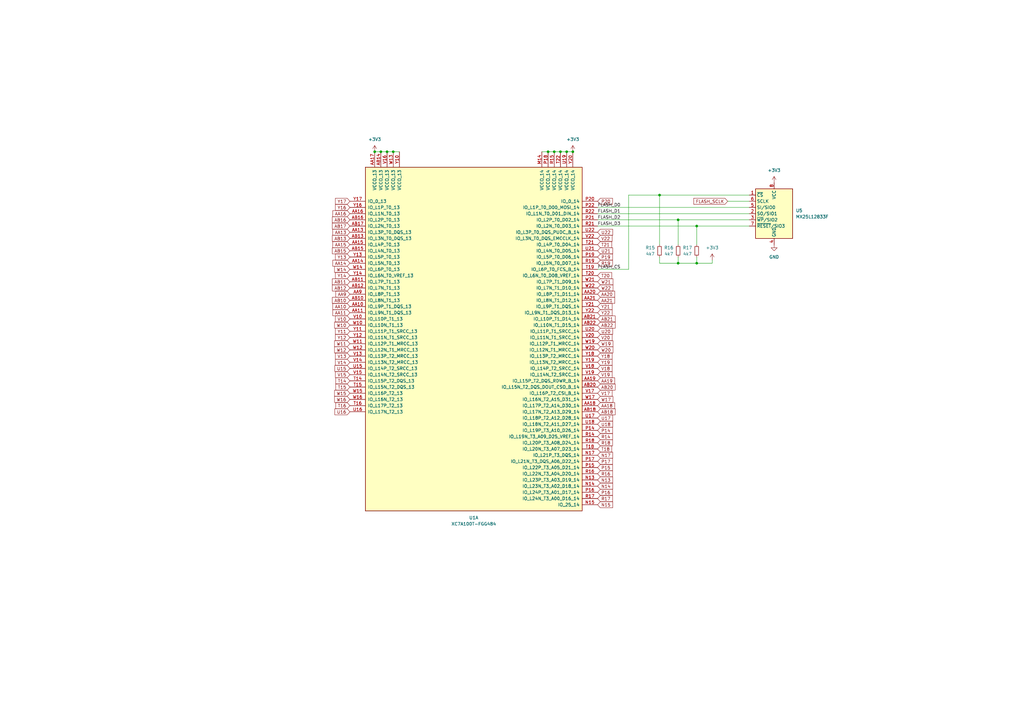
<source format=kicad_sch>
(kicad_sch (version 20231120) (generator "eeschema") (generator_version "8.0")
  (paper "A3")
  (junction (at 278.13 107.95))
  (junction (at 161.29 62.23))
  (junction (at 153.67 62.23))
  (junction (at 285.75 92.71))
  (junction (at 227.33 62.23))
  (junction (at 234.95 62.23))
  (junction (at 232.41 62.23))
  (junction (at 229.87 62.23))
  (junction (at 158.75 62.23))
  (junction (at 278.13 90.17))
  (junction (at 285.75 107.95))
  (junction (at 224.79 62.23))
  (junction (at 270.51 80.01))
  (junction (at 156.21 62.23))
  (wire (pts (xy 278.13 90.17) (xy 307.34 90.17)))
  (wire (pts (xy 292.1 106.68) (xy 292.1 107.95)))
  (wire (pts (xy 307.34 80.01) (xy 270.51 80.01)))
  (wire (pts (xy 245.11 85.09) (xy 307.34 85.09)))
  (wire (pts (xy 270.51 80.01) (xy 270.51 100.33)))
  (wire (pts (xy 257.81 80.01) (xy 257.81 110.49)))
  (wire (pts (xy 285.75 92.71) (xy 285.75 100.33)))
  (wire (pts (xy 161.29 62.23) (xy 163.83 62.23)))
  (wire (pts (xy 227.33 62.23) (xy 229.87 62.23)))
  (wire (pts (xy 245.11 92.71) (xy 285.75 92.71)))
  (wire (pts (xy 158.75 62.23) (xy 161.29 62.23)))
  (wire (pts (xy 270.51 107.95) (xy 278.13 107.95)))
  (wire (pts (xy 270.51 105.41) (xy 270.51 107.95)))
  (wire (pts (xy 245.11 90.17) (xy 278.13 90.17)))
  (wire (pts (xy 278.13 105.41) (xy 278.13 107.95)))
  (wire (pts (xy 229.87 62.23) (xy 232.41 62.23)))
  (wire (pts (xy 298.45 82.55) (xy 307.34 82.55)))
  (wire (pts (xy 257.81 110.49) (xy 245.11 110.49)))
  (wire (pts (xy 222.25 62.23) (xy 224.79 62.23)))
  (wire (pts (xy 153.67 62.23) (xy 156.21 62.23)))
  (wire (pts (xy 245.11 87.63) (xy 307.34 87.63)))
  (wire (pts (xy 285.75 107.95) (xy 292.1 107.95)))
  (wire (pts (xy 232.41 62.23) (xy 234.95 62.23)))
  (wire (pts (xy 224.79 62.23) (xy 227.33 62.23)))
  (wire (pts (xy 270.51 80.01) (xy 257.81 80.01)))
  (wire (pts (xy 278.13 107.95) (xy 285.75 107.95)))
  (wire (pts (xy 285.75 92.71) (xy 307.34 92.71)))
  (wire (pts (xy 278.13 90.17) (xy 278.13 100.33)))
  (wire (pts (xy 285.75 107.95) (xy 285.75 105.41)))
  (wire (pts (xy 156.21 62.23) (xy 158.75 62.23)))
  (label "FLASH_D3" (at 245.11 92.71 0))
  (label "FLASH_CS" (at 245.11 110.49 0))
  (label "FLASH_D0" (at 245.11 85.09 0))
  (label "FLASH_D2" (at 245.11 90.17 0))
  (label "FLASH_D1" (at 245.11 87.63 0))
  (global_label "Y18" (shape input) (at 245.11 146.05 0) (property "Intersheetrefs" "${INTERSHEET_REFS}" (effects (hide yes))))
  (global_label "U16" (shape input) (at 143.51 168.91 180) (property "Intersheetrefs" "${INTERSHEET_REFS}" (effects (hide yes))))
  (global_label "V15" (shape input) (at 143.51 153.67 180) (property "Intersheetrefs" "${INTERSHEET_REFS}" (effects (hide yes))))
  (global_label "W10" (shape input) (at 143.51 133.35 180) (property "Intersheetrefs" "${INTERSHEET_REFS}" (effects (hide yes))))
  (global_label "Y17" (shape input) (at 143.51 82.55 180) (property "Intersheetrefs" "${INTERSHEET_REFS}" (effects (hide yes))))
  (global_label "W20" (shape input) (at 245.11 143.51 0) (property "Intersheetrefs" "${INTERSHEET_REFS}" (effects (hide yes))))
  (global_label "R19" (shape input) (at 245.11 107.95 0) (property "Intersheetrefs" "${INTERSHEET_REFS}" (effects (hide yes))))
  (global_label "AB16" (shape input) (at 143.51 90.17 180) (property "Intersheetrefs" "${INTERSHEET_REFS}" (effects (hide yes))))
  (global_label "N17" (shape input) (at 245.11 186.69 0) (property "Intersheetrefs" "${INTERSHEET_REFS}" (effects (hide yes))))
  (global_label "AA16" (shape input) (at 143.51 87.63 180) (property "Intersheetrefs" "${INTERSHEET_REFS}" (effects (hide yes))))
  (global_label "AA11" (shape input) (at 143.51 128.27 180) (property "Intersheetrefs" "${INTERSHEET_REFS}" (effects (hide yes))))
  (global_label "Y13" (shape input) (at 143.51 105.41 180) (property "Intersheetrefs" "${INTERSHEET_REFS}" (effects (hide yes))))
  (global_label "T15" (shape input) (at 143.51 158.75 180) (property "Intersheetrefs" "${INTERSHEET_REFS}" (effects (hide yes))))
  (global_label "T16" (shape input) (at 143.51 166.37 180) (property "Intersheetrefs" "${INTERSHEET_REFS}" (effects (hide yes))))
  (global_label "AB17" (shape input) (at 143.51 92.71 180) (property "Intersheetrefs" "${INTERSHEET_REFS}" (effects (hide yes))))
  (global_label "AB18" (shape input) (at 245.11 168.91 0) (property "Intersheetrefs" "${INTERSHEET_REFS}" (effects (hide yes))))
  (global_label "P16" (shape input) (at 245.11 201.93 0) (property "Intersheetrefs" "${INTERSHEET_REFS}" (effects (hide yes))))
  (global_label "W21" (shape input) (at 245.11 115.57 0) (property "Intersheetrefs" "${INTERSHEET_REFS}" (effects (hide yes))))
  (global_label "T18" (shape input) (at 245.11 184.15 0) (property "Intersheetrefs" "${INTERSHEET_REFS}" (effects (hide yes))))
  (global_label "U22" (shape input) (at 245.11 95.25 0) (property "Intersheetrefs" "${INTERSHEET_REFS}" (effects (hide yes))))
  (global_label "V10" (shape input) (at 143.51 130.81 180) (property "Intersheetrefs" "${INTERSHEET_REFS}" (effects (hide yes))))
  (global_label "AA14" (shape input) (at 143.51 107.95 180) (property "Intersheetrefs" "${INTERSHEET_REFS}" (effects (hide yes))))
  (global_label "AA15" (shape input) (at 143.51 100.33 180) (property "Intersheetrefs" "${INTERSHEET_REFS}" (effects (hide yes))))
  (global_label "AA21" (shape input) (at 245.11 123.19 0) (property "Intersheetrefs" "${INTERSHEET_REFS}" (effects (hide yes))))
  (global_label "AA10" (shape input) (at 143.51 125.73 180) (property "Intersheetrefs" "${INTERSHEET_REFS}" (effects (hide yes))))
  (global_label "R17" (shape input) (at 245.11 204.47 0) (property "Intersheetrefs" "${INTERSHEET_REFS}" (effects (hide yes))))
  (global_label "W16" (shape input) (at 143.51 163.83 180) (property "Intersheetrefs" "${INTERSHEET_REFS}" (effects (hide yes))))
  (global_label "R16" (shape input) (at 245.11 194.31 0) (property "Intersheetrefs" "${INTERSHEET_REFS}" (effects (hide yes))))
  (global_label "V19" (shape input) (at 245.11 153.67 0) (property "Intersheetrefs" "${INTERSHEET_REFS}" (effects (hide yes))))
  (global_label "AB10" (shape input) (at 143.51 123.19 180) (property "Intersheetrefs" "${INTERSHEET_REFS}" (effects (hide yes))))
  (global_label "P20" (shape input) (at 245.11 82.55 0) (property "Intersheetrefs" "${INTERSHEET_REFS}" (effects (hide yes))))
  (global_label "AB20" (shape input) (at 245.11 158.75 0) (property "Intersheetrefs" "${INTERSHEET_REFS}" (effects (hide yes))))
  (global_label "V13" (shape input) (at 143.51 146.05 180) (property "Intersheetrefs" "${INTERSHEET_REFS}" (effects (hide yes))))
  (global_label "W11" (shape input) (at 143.51 140.97 180) (property "Intersheetrefs" "${INTERSHEET_REFS}" (effects (hide yes))))
  (global_label "W22" (shape input) (at 245.11 118.11 0) (property "Intersheetrefs" "${INTERSHEET_REFS}" (effects (hide yes))))
  (global_label "U20" (shape input) (at 245.11 135.89 0) (property "Intersheetrefs" "${INTERSHEET_REFS}" (effects (hide yes))))
  (global_label "AB12" (shape input) (at 143.51 118.11 180) (property "Intersheetrefs" "${INTERSHEET_REFS}" (effects (hide yes))))
  (global_label "R14" (shape input) (at 245.11 179.07 0) (property "Intersheetrefs" "${INTERSHEET_REFS}" (effects (hide yes))))
  (global_label "V22" (shape input) (at 245.11 97.79 0) (property "Intersheetrefs" "${INTERSHEET_REFS}" (effects (hide yes))))
  (global_label "P19" (shape input) (at 245.11 105.41 0) (property "Intersheetrefs" "${INTERSHEET_REFS}" (effects (hide yes))))
  (global_label "P17" (shape input) (at 245.11 189.23 0) (property "Intersheetrefs" "${INTERSHEET_REFS}" (effects (hide yes))))
  (global_label "N15" (shape input) (at 245.11 207.01 0) (property "Intersheetrefs" "${INTERSHEET_REFS}" (effects (hide yes))))
  (global_label "Y12" (shape input) (at 143.51 138.43 180) (property "Intersheetrefs" "${INTERSHEET_REFS}" (effects (hide yes))))
  (global_label "Y14" (shape input) (at 143.51 113.03 180) (property "Intersheetrefs" "${INTERSHEET_REFS}" (effects (hide yes))))
  (global_label "AB15" (shape input) (at 143.51 102.87 180) (property "Intersheetrefs" "${INTERSHEET_REFS}" (effects (hide yes))))
  (global_label "V18" (shape input) (at 245.11 151.13 0) (property "Intersheetrefs" "${INTERSHEET_REFS}" (effects (hide yes))))
  (global_label "U15" (shape input) (at 143.51 151.13 180) (property "Intersheetrefs" "${INTERSHEET_REFS}" (effects (hide yes))))
  (global_label "W17" (shape input) (at 245.11 163.83 0) (property "Intersheetrefs" "${INTERSHEET_REFS}" (effects (hide yes))))
  (global_label "T14" (shape input) (at 143.51 156.21 180) (property "Intersheetrefs" "${INTERSHEET_REFS}" (effects (hide yes))))
  (global_label "AA13" (shape input) (at 143.51 95.25 180) (property "Intersheetrefs" "${INTERSHEET_REFS}" (effects (hide yes))))
  (global_label "Y11" (shape input) (at 143.51 135.89 180) (property "Intersheetrefs" "${INTERSHEET_REFS}" (effects (hide yes))))
  (global_label "AB11" (shape input) (at 143.51 115.57 180) (property "Intersheetrefs" "${INTERSHEET_REFS}" (effects (hide yes))))
  (global_label "N13" (shape input) (at 245.11 196.85 0) (property "Intersheetrefs" "${INTERSHEET_REFS}" (effects (hide yes))))
  (global_label "W15" (shape input) (at 143.51 161.29 180) (property "Intersheetrefs" "${INTERSHEET_REFS}" (effects (hide yes))))
  (global_label "AB13" (shape input) (at 143.51 97.79 180) (property "Intersheetrefs" "${INTERSHEET_REFS}" (effects (hide yes))))
  (global_label "FLASH_SCLK" (shape input) (at 298.45 82.55 180) (property "Intersheetrefs" "${INTERSHEET_REFS}" (effects (hide yes))))
  (global_label "V14" (shape input) (at 143.51 148.59 180) (property "Intersheetrefs" "${INTERSHEET_REFS}" (effects (hide yes))))
  (global_label "W14" (shape input) (at 143.51 110.49 180) (property "Intersheetrefs" "${INTERSHEET_REFS}" (effects (hide yes))))
  (global_label "T20" (shape input) (at 245.11 113.03 0) (property "Intersheetrefs" "${INTERSHEET_REFS}" (effects (hide yes))))
  (global_label "Y19" (shape input) (at 245.11 148.59 0) (property "Intersheetrefs" "${INTERSHEET_REFS}" (effects (hide yes))))
  (global_label "Y22" (shape input) (at 245.11 128.27 0) (property "Intersheetrefs" "${INTERSHEET_REFS}" (effects (hide yes))))
  (global_label "W19" (shape input) (at 245.11 140.97 0) (property "Intersheetrefs" "${INTERSHEET_REFS}" (effects (hide yes))))
  (global_label "V17" (shape input) (at 245.11 161.29 0) (property "Intersheetrefs" "${INTERSHEET_REFS}" (effects (hide yes))))
  (global_label "T21" (shape input) (at 245.11 100.33 0) (property "Intersheetrefs" "${INTERSHEET_REFS}" (effects (hide yes))))
  (global_label "P15" (shape input) (at 245.11 191.77 0) (property "Intersheetrefs" "${INTERSHEET_REFS}" (effects (hide yes))))
  (global_label "AB22" (shape input) (at 245.11 133.35 0) (property "Intersheetrefs" "${INTERSHEET_REFS}" (effects (hide yes))))
  (global_label "AA20" (shape input) (at 245.11 120.65 0) (property "Intersheetrefs" "${INTERSHEET_REFS}" (effects (hide yes))))
  (global_label "V20" (shape input) (at 245.11 138.43 0) (property "Intersheetrefs" "${INTERSHEET_REFS}" (effects (hide yes))))
  (global_label "AB21" (shape input) (at 245.11 130.81 0) (property "Intersheetrefs" "${INTERSHEET_REFS}" (effects (hide yes))))
  (global_label "Y21" (shape input) (at 245.11 125.73 0) (property "Intersheetrefs" "${INTERSHEET_REFS}" (effects (hide yes))))
  (global_label "U18" (shape input) (at 245.11 173.99 0) (property "Intersheetrefs" "${INTERSHEET_REFS}" (effects (hide yes))))
  (global_label "Y16" (shape input) (at 143.51 85.09 180) (property "Intersheetrefs" "${INTERSHEET_REFS}" (effects (hide yes))))
  (global_label "U21" (shape input) (at 245.11 102.87 0) (property "Intersheetrefs" "${INTERSHEET_REFS}" (effects (hide yes))))
  (global_label "U17" (shape input) (at 245.11 171.45 0) (property "Intersheetrefs" "${INTERSHEET_REFS}" (effects (hide yes))))
  (global_label "AA9" (shape input) (at 143.51 120.65 180) (property "Intersheetrefs" "${INTERSHEET_REFS}" (effects (hide yes))))
  (global_label "R18" (shape input) (at 245.11 181.61 0) (property "Intersheetrefs" "${INTERSHEET_REFS}" (effects (hide yes))))
  (global_label "N14" (shape input) (at 245.11 199.39 0) (property "Intersheetrefs" "${INTERSHEET_REFS}" (effects (hide yes))))
  (global_label "AA19" (shape input) (at 245.11 156.21 0) (property "Intersheetrefs" "${INTERSHEET_REFS}" (effects (hide yes))))
  (global_label "AA18" (shape input) (at 245.11 166.37 0) (property "Intersheetrefs" "${INTERSHEET_REFS}" (effects (hide yes))))
  (global_label "W12" (shape input) (at 143.51 143.51 180) (property "Intersheetrefs" "${INTERSHEET_REFS}" (effects (hide yes))))
  (global_label "P14" (shape input) (at 245.11 176.53 0) (property "Intersheetrefs" "${INTERSHEET_REFS}" (effects (hide yes))))
  (symbol (lib_id "Memory_Flash:MX25R3235FM2xx0") (at 317.5 87.63 0) (unit 1)
    (property "Reference" "U5" (at 326.39 86.36 0) (effects (justify left)))
    (property "Value" "MX25L12833F" (at 326.39 88.9 0) (effects (justify left)))
    (property "Footprint" "Package_SON:WSON-8-1EP_6x5mm_P1.27mm_EP3.4x4mm" (effects (hide yes)))
    (property "Datasheet" "http://www.macronix.com/Lists/Datasheet/Attachments/7534/MX25R3235F,%20Wide%20Range,%2032Mb,%20v1.6.pdf" (effects (hide yes)))
    (property "JLC Part" "C2802709" (effects (hide yes)))
  )
  (symbol (lib_id "power:+3V3") (at 234.95 62.23 0) (unit 1)
    (property "Reference" "#PWR035" (effects (hide yes)))
    (property "Value" "+3V3" (at 234.95 57.15 0))
  )
  (symbol (lib_id "power:+3V3") (at 317.5 74.93 0) (unit 1)
    (property "Reference" "#PWR038" (effects (hide yes)))
    (property "Value" "+3V3" (at 317.5 69.85 0))
  )
  (symbol (lib_id "Device:R_Small") (at 285.75 102.87 180) (unit 1)
    (property "Reference" "R17" (at 281.94 101.6 0))
    (property "Value" "4k7" (at 281.94 104.14 0))
    (property "Footprint" "Resistor_SMD:R_0402_1005Metric" (effects (hide yes)))
    (property "JLC Part" "C25900" (effects (hide yes)))
  )
  (symbol (lib_id "power:+3V3") (at 292.1 106.68 0) (unit 1)
    (property "Reference" "#PWR077" (effects (hide yes)))
    (property "Value" "+3V3" (at 292.1 101.6 0))
  )
  (symbol (lib_id "FPGA_Xilinx_Artix7:XC7A100T-FGG484") (at 194.31 135.89 0) (unit 1)
    (property "Reference" "U1" (at 194.31 212.344 0))
    (property "Value" "XC7A100T-FGG484" (at 194.31 214.884 0))
    (property "Footprint" "Package_BGA:Xilinx_FGG484" (effects (hide yes)))
  )
  (symbol (lib_id "Device:R_Small") (at 278.13 102.87 180) (unit 1)
    (property "Reference" "R16" (at 274.32 101.6 0))
    (property "Value" "4k7" (at 274.32 104.14 0))
    (property "Footprint" "Resistor_SMD:R_0402_1005Metric" (effects (hide yes)))
    (property "JLC Part" "C25900" (effects (hide yes)))
  )
  (symbol (lib_id "Device:R_Small") (at 270.51 102.87 180) (unit 1)
    (property "Reference" "R15" (at 266.7 101.6 0))
    (property "Value" "4k7" (at 266.7 104.14 0))
    (property "Footprint" "Resistor_SMD:R_0402_1005Metric" (effects (hide yes)))
    (property "JLC Part" "C25900" (effects (hide yes)))
  )
  (symbol (lib_id "power:GND") (at 317.5 100.33 0) (unit 1)
    (property "Reference" "#PWR039" (effects (hide yes)))
    (property "Value" "GND" (at 317.5 105.41 0))
  )
  (symbol (lib_id "power:+3V3") (at 153.67 62.23 0) (unit 1)
    (property "Reference" "#PWR034" (effects (hide yes)))
    (property "Value" "+3V3" (at 153.67 57.15 0))
  )
)
</source>
